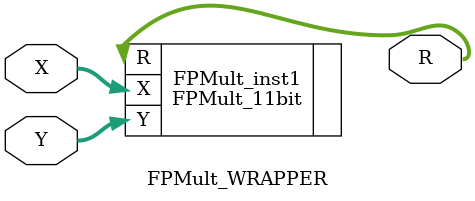
<source format=sv>
`timescale 1ns / 1ps


module FPMult_WRAPPER(

    input               [17:0] X,
    input               [17:0] Y,

    output logic        [17:0] R
);

FPMult_11bit FPMult_inst1(.X(X), .Y(Y), .R(R));

endmodule

</source>
